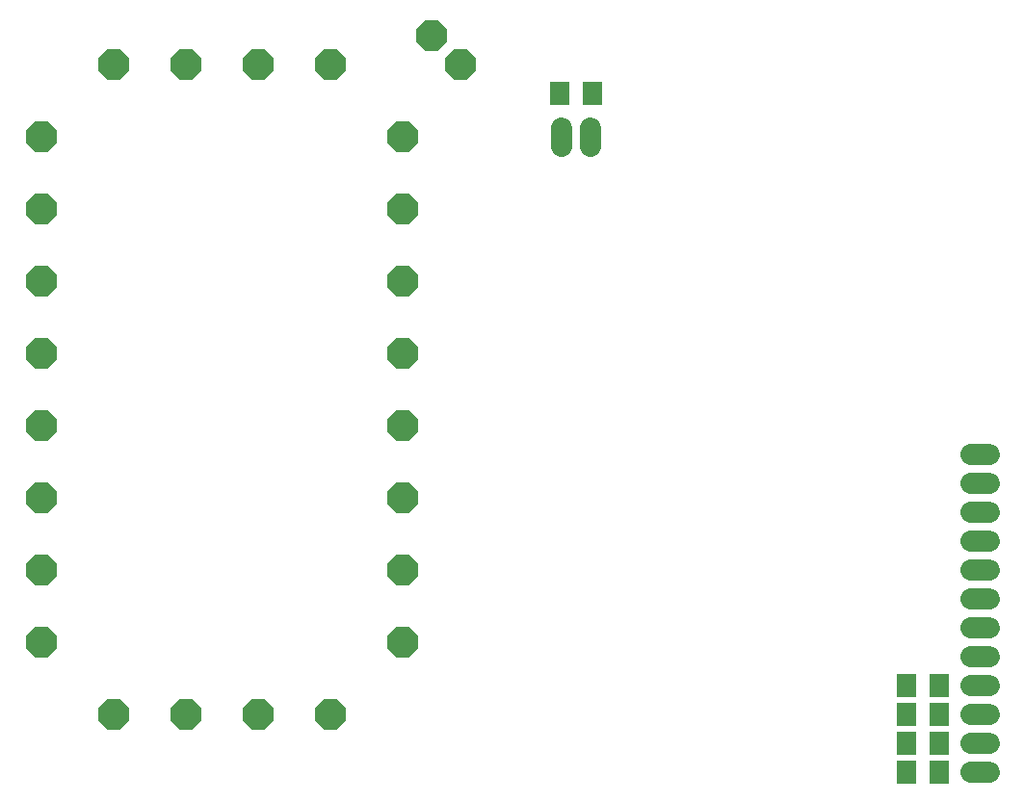
<source format=gts>
G75*
G70*
%OFA0B0*%
%FSLAX24Y24*%
%IPPOS*%
%LPD*%
%AMOC8*
5,1,8,0,0,1.08239X$1,22.5*
%
%ADD10C,0.0720*%
%ADD11OC8,0.1080*%
%ADD12R,0.0710X0.0790*%
D10*
X023101Y023281D02*
X023101Y023921D01*
X024101Y023921D02*
X024101Y023281D01*
X037281Y012601D02*
X037921Y012601D01*
X037921Y011601D02*
X037281Y011601D01*
X037281Y010601D02*
X037921Y010601D01*
X037921Y009601D02*
X037281Y009601D01*
X037281Y008601D02*
X037921Y008601D01*
X037921Y007601D02*
X037281Y007601D01*
X037281Y006601D02*
X037921Y006601D01*
X037921Y005601D02*
X037281Y005601D01*
X037281Y004601D02*
X037921Y004601D01*
X037921Y003601D02*
X037281Y003601D01*
X037281Y002601D02*
X037921Y002601D01*
X037921Y001601D02*
X037281Y001601D01*
D11*
X007601Y003601D03*
X010101Y003601D03*
X012601Y003601D03*
X015101Y003601D03*
X017601Y006101D03*
X017601Y008601D03*
X017601Y011101D03*
X017601Y013601D03*
X017601Y016101D03*
X017601Y018601D03*
X017601Y021101D03*
X017601Y023601D03*
X019601Y026101D03*
X018601Y027101D03*
X015101Y026101D03*
X012601Y026101D03*
X010101Y026101D03*
X007601Y026101D03*
X005101Y023601D03*
X005101Y021101D03*
X005101Y018601D03*
X005101Y016101D03*
X005101Y013601D03*
X005101Y011101D03*
X005101Y008601D03*
X005101Y006101D03*
D12*
X023041Y025101D03*
X024161Y025101D03*
X035041Y004601D03*
X036161Y004601D03*
X036161Y003601D03*
X036161Y002601D03*
X035041Y002601D03*
X035041Y003601D03*
X035041Y001601D03*
X036161Y001601D03*
M02*

</source>
